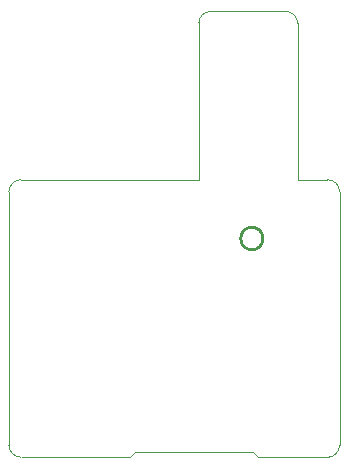
<source format=gbr>
From d3f22353463eda5ae6b7c402a94bb6ca112fb728 Mon Sep 17 00:00:00 2001
From: jaseg <git@jaseg.de>
Date: Sat, 22 Jan 2022 21:06:33 +0100
Subject: Fix more gerber bugs

---
 .../gerber/tests/resources/open_outline_altium.gbr | 55 ++++++++++++++++++++++
 1 file changed, 55 insertions(+)
 create mode 100644 gerbonara/gerber/tests/resources/open_outline_altium.gbr

(limited to 'gerbonara/gerber/tests/resources/open_outline_altium.gbr')

diff --git a/gerbonara/gerber/tests/resources/open_outline_altium.gbr b/gerbonara/gerber/tests/resources/open_outline_altium.gbr
new file mode 100644
index 0000000..dc5a1d6
--- /dev/null
+++ b/gerbonara/gerber/tests/resources/open_outline_altium.gbr
@@ -0,0 +1,55 @@
+G04 From https://github.com/tracespace/tracespace/issues/365
+G04 Generated by Cuprum (2.1.4) at 2021-06-09T12:46:32+02:00*
+%FSLAX66Y66*%
+%MOMM*%
+%TF.FileFunction,FabricationDrawing*%
+%TF.SameCoordinates,1C0E9664-7553-46ED-9293-C2E7D2B0B53A*%
+%TF.CreationDate,2021-06-09T12:46:32+02:00*%
+%TF.GenerationSoftware,Wortum,Cuprum,2.1.4*%
+%ADD10C,0.1*%
+%ADD11C,0.254*%
+G75*
+D10*
+X28008000Y22481000D02*
+G03X26989000Y23500000I-1019000D01*
+X24451000Y36745000D02*
+X23451000Y37745000I-1000000D01*
+X26989000Y0D02*
+X28008000Y1019000J1019000D01*
+X8000Y1034000D02*
+X1042000Y0I1034000D01*
+Y23500000D02*
+X8000Y22466000J-1034000D01*
+X17090000Y37745000D02*
+X16090000Y36745000J-1000000D01*
+X16078000Y36618000D02*
+G01Y36830000D01*
+X21133000Y0D02*
+X27089000D01*
+X20650000Y483000D02*
+X21133000Y0D01*
+X10719000Y483000D02*
+X20650000D01*
+X10236000Y0D02*
+X10719000Y483000D01*
+X1100000Y0D02*
+X10236000D01*
+X24451000Y23500000D02*
+X26949000D01*
+X28008000Y1019000D02*
+Y22481000D01*
+X1042000Y23500000D02*
+X16078000D01*
+X16951000Y37745000D02*
+X23451000D01*
+X24451000Y23500000D02*
+Y36745000D01*
+X8000Y1034000D02*
+Y22466000D01*
+X16078000Y23500000D02*
+Y36618000D01*
+D11*
+X21519000Y18517000D02*
+G03I-945000D01*
+%TF.MD5,38bc3e94eca97f5a5e19c326598e4232*%
+M02*
-- 
cgit 


</source>
